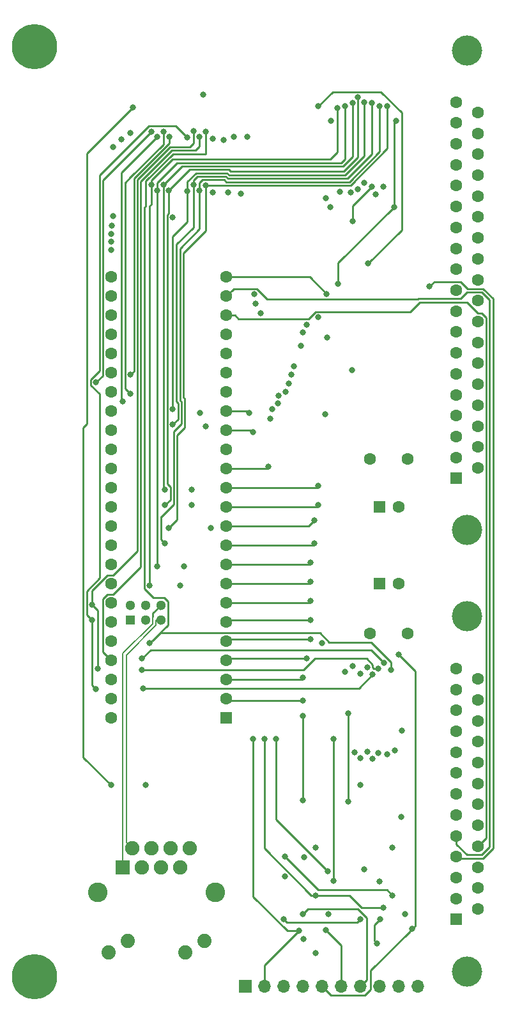
<source format=gbr>
G04 #@! TF.GenerationSoftware,KiCad,Pcbnew,5.1.5-52549c5~84~ubuntu18.04.1*
G04 #@! TF.CreationDate,2020-06-07T18:01:10-07:00*
G04 #@! TF.ProjectId,ram,72616d2e-6b69-4636-9164-5f7063625858,rev?*
G04 #@! TF.SameCoordinates,Original*
G04 #@! TF.FileFunction,Copper,L3,Inr*
G04 #@! TF.FilePolarity,Positive*
%FSLAX46Y46*%
G04 Gerber Fmt 4.6, Leading zero omitted, Abs format (unit mm)*
G04 Created by KiCad (PCBNEW 5.1.5-52549c5~84~ubuntu18.04.1) date 2020-06-07 18:01:10*
%MOMM*%
%LPD*%
G04 APERTURE LIST*
%ADD10O,1.700000X1.700000*%
%ADD11R,1.700000X1.700000*%
%ADD12C,1.600000*%
%ADD13R,1.600000X1.600000*%
%ADD14R,1.300000X1.300000*%
%ADD15C,1.300000*%
%ADD16C,2.600000*%
%ADD17C,1.890000*%
%ADD18C,1.900000*%
%ADD19R,1.900000X1.900000*%
%ADD20C,4.000000*%
%ADD21C,6.000000*%
%ADD22C,0.800000*%
%ADD23C,0.250000*%
%ADD24C,0.200000*%
G04 APERTURE END LIST*
D10*
X228600000Y-95250000D03*
X226060000Y-95250000D03*
X223520000Y-95250000D03*
X220980000Y-95250000D03*
X218440000Y-95250000D03*
X215900000Y-95250000D03*
X213360000Y-95250000D03*
X210820000Y-95250000D03*
X208280000Y-95250000D03*
D11*
X205740000Y-95250000D03*
D12*
X187960000Y-59690000D03*
X187960000Y-57150000D03*
X187960000Y-54610000D03*
X187960000Y-52070000D03*
X187960000Y-49530000D03*
X187960000Y-46990000D03*
X187960000Y-44450000D03*
X187960000Y-41910000D03*
X187960000Y-39370000D03*
X187960000Y-36830000D03*
X187960000Y-34290000D03*
X187960000Y-31750000D03*
X187960000Y-29210000D03*
X187960000Y-26670000D03*
D13*
X203200000Y-59690000D03*
D12*
X203200000Y-57150000D03*
X203200000Y-54610000D03*
X203200000Y-52070000D03*
X203200000Y-49530000D03*
X203200000Y-46990000D03*
X203200000Y-44450000D03*
X203200000Y-41910000D03*
X203200000Y-39370000D03*
X203200000Y-36830000D03*
X203200000Y-34290000D03*
X203200000Y-31750000D03*
X203200000Y-29210000D03*
X187960000Y-24130000D03*
X187960000Y-21590000D03*
X187960000Y-19050000D03*
X187960000Y-16510000D03*
X187960000Y-13970000D03*
X187960000Y-11430000D03*
X187960000Y-8890000D03*
X187960000Y-6350000D03*
X187960000Y-3810000D03*
X187960000Y-1270000D03*
X203200000Y-1270000D03*
X203200000Y-3810000D03*
X203200000Y-6350000D03*
X203200000Y-8890000D03*
X203200000Y-26670000D03*
X203200000Y-24130000D03*
X203200000Y-21590000D03*
X203200000Y-11430000D03*
X203200000Y-13970000D03*
X203200000Y-16510000D03*
X203200000Y-19050000D03*
D14*
X190500000Y-46720000D03*
D15*
X190500000Y-44720000D03*
X192500000Y-46720000D03*
X192500000Y-44720000D03*
X194500000Y-44720000D03*
X194500000Y-46720000D03*
D16*
X201704000Y-82792000D03*
X186154000Y-82792000D03*
D17*
X187604000Y-90742000D03*
X190144000Y-89222000D03*
X197714000Y-90742000D03*
X200254000Y-89222000D03*
D18*
X198374000Y-76962000D03*
X197104000Y-79502000D03*
X195834000Y-76962000D03*
X194564000Y-79502000D03*
X193294000Y-76962000D03*
X192024000Y-79502000D03*
X190754000Y-76962000D03*
D19*
X189484000Y-79502000D03*
D20*
X235100000Y28740000D03*
X235100000Y-34760000D03*
D12*
X236520000Y20535000D03*
X236520000Y17765000D03*
X236520000Y14995000D03*
X236520000Y12225000D03*
X236520000Y9455000D03*
X236520000Y6685000D03*
X236520000Y3915000D03*
X236520000Y1145000D03*
X236520000Y-1625000D03*
X236520000Y-4395000D03*
X236520000Y-7165000D03*
X236520000Y-9935000D03*
X236520000Y-12705000D03*
X236520000Y-15475000D03*
X236520000Y-18245000D03*
X236520000Y-21015000D03*
X236520000Y-23785000D03*
X236520000Y-26555000D03*
X233680000Y21920000D03*
X233680000Y19150000D03*
X233680000Y16380000D03*
X233680000Y13610000D03*
X233680000Y10840000D03*
X233680000Y8070000D03*
X233680000Y5300000D03*
X233680000Y2530000D03*
X233680000Y-240000D03*
X233680000Y-3010000D03*
X233680000Y-5780000D03*
X233680000Y-8550000D03*
X233680000Y-11320000D03*
X233680000Y-14090000D03*
X233680000Y-16860000D03*
X233680000Y-19630000D03*
X233680000Y-22400000D03*
X233680000Y-25170000D03*
D13*
X233680000Y-27940000D03*
D20*
X235100000Y-46190000D03*
X235100000Y-93290000D03*
D12*
X236520000Y-54505000D03*
X236520000Y-57275000D03*
X236520000Y-60045000D03*
X236520000Y-62815000D03*
X236520000Y-65585000D03*
X236520000Y-68355000D03*
X236520000Y-71125000D03*
X236520000Y-73895000D03*
X236520000Y-76665000D03*
X236520000Y-79435000D03*
X236520000Y-82205000D03*
X236520000Y-84975000D03*
X233680000Y-53120000D03*
X233680000Y-55890000D03*
X233680000Y-58660000D03*
X233680000Y-61430000D03*
X233680000Y-64200000D03*
X233680000Y-66970000D03*
X233680000Y-69740000D03*
X233680000Y-72510000D03*
X233680000Y-75280000D03*
X233680000Y-78050000D03*
X233680000Y-80820000D03*
X233680000Y-83590000D03*
D13*
X233680000Y-86360000D03*
D12*
X227250000Y-48514000D03*
X222250000Y-48514000D03*
X227250000Y-25400000D03*
X222250000Y-25400000D03*
X226020000Y-41910000D03*
D13*
X223520000Y-41910000D03*
D12*
X226020000Y-31750000D03*
D13*
X223520000Y-31750000D03*
D21*
X177800000Y29210000D03*
X177800000Y-93980000D03*
D22*
X217072000Y19460000D03*
X217014000Y8030000D03*
X216539000Y-9275000D03*
X216277000Y-19435000D03*
X226470000Y-61370000D03*
X226412000Y-72800000D03*
X225200000Y-76864000D03*
X215040000Y-76864000D03*
X226904000Y-85680000D03*
X216744000Y-85680000D03*
X200152000Y22860000D03*
X196088000Y6604000D03*
X216472000Y-3492000D03*
X217424000Y-62484000D03*
X217424000Y-81280000D03*
X206887000Y-3556000D03*
X206248000Y-19304000D03*
X213360000Y-85625000D03*
X210932000Y-80660000D03*
X213360000Y-59436000D03*
X213360000Y-70612000D03*
X203454000Y9906000D03*
X206756000Y-21844000D03*
X207046999Y-4789001D03*
X205094500Y9789500D03*
X208788000Y-26416000D03*
X207772000Y-6096000D03*
X205973000Y17272000D03*
X215392000Y-6604000D03*
X215392000Y-28956000D03*
X204216000Y17272000D03*
X215392000Y-31496000D03*
X213868000Y-7620000D03*
X202850000Y16922000D03*
X213360000Y-8636000D03*
X214884000Y-33528000D03*
X201422000Y17018000D03*
X214884000Y-36576000D03*
X213106000Y-10414000D03*
X190500000Y17780000D03*
X212184989Y-13048989D03*
X214376000Y-39116000D03*
X189250000Y16998000D03*
X214376000Y-41656000D03*
X211836000Y-14224000D03*
X188175000Y15963000D03*
X214376000Y-44196000D03*
X211487999Y-15399999D03*
X188175000Y6819000D03*
X214376000Y-46736000D03*
X211074000Y-16510000D03*
X187988501Y5559499D03*
X210109958Y-16966042D03*
X214376000Y-49276000D03*
X187960000Y4457996D03*
X210058000Y-18034000D03*
X213868000Y-51816000D03*
X187960000Y3384994D03*
X213360000Y-54356000D03*
X209296000Y-18796000D03*
X187960000Y2311992D03*
X213360000Y-57404000D03*
X209042000Y-20066000D03*
X221488000Y-79756000D03*
X220950000Y-86330000D03*
X210790000Y-86330000D03*
X223490000Y-81310000D03*
X193250000Y17990000D03*
X224028000Y10668000D03*
X185928000Y-15240000D03*
X218948000Y-53557998D03*
X194050000Y17278000D03*
X223012000Y9652000D03*
X189484000Y-17780000D03*
X219964000Y-52832000D03*
X194850000Y18002000D03*
X222504000Y10668000D03*
X190500000Y-16764000D03*
X220980000Y-53848000D03*
X219964000Y6096000D03*
X195650000Y17342000D03*
X221488000Y11176000D03*
X190500000Y-14224000D03*
X221849999Y-52978001D03*
X198050000Y17202000D03*
X220655000Y10343000D03*
X185420000Y-46736000D03*
X222575000Y-53919000D03*
X185928000Y-55880000D03*
X192168999Y-55735001D03*
X198850000Y18066000D03*
X219710000Y9906000D03*
X185420000Y-44704000D03*
X223324999Y-53144999D03*
X186145001Y-53122999D03*
X192024000Y-53340000D03*
X199650000Y17278000D03*
X218268206Y9988206D03*
X224050000Y-52346000D03*
X192024000Y-51816000D03*
X200450000Y17990000D03*
X216408000Y9144000D03*
X193040000Y-49784000D03*
X225044000Y-53340000D03*
X200450000Y10878000D03*
X224536000Y21336000D03*
X195580000Y-34544000D03*
X220218000Y-64262000D03*
X201168000Y-34544000D03*
X199650000Y10154000D03*
X223506000Y21336000D03*
X195072000Y-36576000D03*
X220980000Y-68580000D03*
X198850000Y10954000D03*
X222504000Y21786998D03*
X196088000Y-20828000D03*
X220980000Y-65024000D03*
X200442999Y-21045001D03*
X198050000Y10090000D03*
X221488000Y21844000D03*
X196088000Y-18796000D03*
X221849999Y-64154001D03*
X199717998Y-19230002D03*
X195580000Y10160000D03*
X220655000Y22535000D03*
X195072000Y-31496000D03*
X222575000Y-65095000D03*
X198628000Y-31496000D03*
X194850000Y10954000D03*
X219929999Y21809999D03*
X195072000Y-29464000D03*
X223300001Y-64296001D03*
X198628000Y-29464000D03*
X194050000Y10166000D03*
X218948000Y21336000D03*
X194056000Y-39624000D03*
X224536000Y-64516000D03*
X197612000Y-39624000D03*
X193250000Y10966000D03*
X217932000Y21118002D03*
X193040000Y-42164000D03*
X225552000Y-64008000D03*
X197104000Y-42164000D03*
X230124000Y-2540000D03*
X190850000Y21178000D03*
X187960000Y-68580000D03*
X192532000Y-68580000D03*
X215040000Y-90776000D03*
X201422000Y9906000D03*
X209804000Y-62484000D03*
X216662000Y-80010000D03*
X210992000Y-78060000D03*
X225200000Y-83156000D03*
X213390000Y-88930000D03*
X213473500Y-78118500D03*
X223550000Y-86330000D03*
X223184000Y-89580000D03*
X215392000Y21336000D03*
X221996000Y508000D03*
X226060000Y-51308000D03*
X227838000Y-87630000D03*
X225708000Y19460000D03*
X225454000Y8030000D03*
X218030000Y-2130000D03*
X219833000Y-13585000D03*
X219325000Y-70743000D03*
X216408000Y-87797002D03*
X215900000Y-49784000D03*
X219325000Y-59059000D03*
X215040000Y-83156000D03*
X208280000Y-62484000D03*
X224028000Y-84836000D03*
X212852000Y-87884000D03*
X206756000Y-62484000D03*
D23*
X214250000Y-1270000D02*
X203200000Y-1270000D01*
X216472000Y-3492000D02*
X214250000Y-1270000D01*
X217424000Y-62484000D02*
X217424000Y-81280000D01*
X217424000Y-81280000D02*
X217424000Y-81280000D01*
X205994000Y-19050000D02*
X206248000Y-19304000D01*
X203200000Y-19050000D02*
X205994000Y-19050000D01*
X213360000Y-70612000D02*
X213360000Y-59436000D01*
X214030001Y-84954999D02*
X213759999Y-85225001D01*
X220648001Y-84954999D02*
X214030001Y-84954999D01*
X221829999Y-86136997D02*
X220648001Y-84954999D01*
X221829999Y-94400001D02*
X221829999Y-86136997D01*
X213759999Y-85225001D02*
X213360000Y-85625000D01*
X220980000Y-95250000D02*
X221829999Y-94400001D01*
X206502000Y-21590000D02*
X206756000Y-21844000D01*
X203200000Y-21590000D02*
X206502000Y-21590000D01*
X208534000Y-26670000D02*
X208788000Y-26416000D01*
X203200000Y-26670000D02*
X208534000Y-26670000D01*
X215138000Y-29210000D02*
X215392000Y-28956000D01*
X203200000Y-29210000D02*
X215138000Y-29210000D01*
X215138000Y-31750000D02*
X215392000Y-31496000D01*
X203200000Y-31750000D02*
X215138000Y-31750000D01*
X214122000Y-34290000D02*
X214884000Y-33528000D01*
X203200000Y-34290000D02*
X214122000Y-34290000D01*
X214630000Y-36830000D02*
X214884000Y-36576000D01*
X203200000Y-36830000D02*
X214630000Y-36830000D01*
X214122000Y-39370000D02*
X214376000Y-39116000D01*
X203200000Y-39370000D02*
X214122000Y-39370000D01*
X214122000Y-41910000D02*
X214376000Y-41656000D01*
X203200000Y-41910000D02*
X214122000Y-41910000D01*
X214122000Y-44450000D02*
X214376000Y-44196000D01*
X203200000Y-44450000D02*
X214122000Y-44450000D01*
X203454000Y-46736000D02*
X203200000Y-46990000D01*
X214376000Y-46736000D02*
X203454000Y-46736000D01*
X203454000Y-49276000D02*
X203200000Y-49530000D01*
X214376000Y-49276000D02*
X203454000Y-49276000D01*
X203454000Y-51816000D02*
X203200000Y-52070000D01*
X213868000Y-51816000D02*
X203454000Y-51816000D01*
X213106000Y-54610000D02*
X213360000Y-54356000D01*
X203200000Y-54610000D02*
X213106000Y-54610000D01*
X203454000Y-57404000D02*
X203200000Y-57150000D01*
X213360000Y-57404000D02*
X203454000Y-57404000D01*
X234220001Y-4135001D02*
X228671001Y-4135001D01*
X237060001Y-3269999D02*
X235085003Y-3269999D01*
X233680000Y-76411370D02*
X235058631Y-77790001D01*
X235085003Y-3269999D02*
X234220001Y-4135001D01*
X233680000Y-75280000D02*
X233680000Y-76411370D01*
X235058631Y-77790001D02*
X237060001Y-77790001D01*
X237060001Y-77790001D02*
X238095010Y-76754992D01*
X238095010Y-76754992D02*
X238095010Y-4305008D01*
X238095010Y-4305008D02*
X237060001Y-3269999D01*
X204179001Y-2830999D02*
X203999999Y-3010001D01*
X207235001Y-2830999D02*
X204179001Y-2830999D01*
X203999999Y-3010001D02*
X203200000Y-3810000D01*
X228589001Y-4217001D02*
X208621003Y-4217001D01*
X208621003Y-4217001D02*
X207235001Y-2830999D01*
X228671001Y-4135001D02*
X228589001Y-4217001D01*
X220550001Y-86729999D02*
X220950000Y-86330000D01*
X211189999Y-86729999D02*
X220550001Y-86729999D01*
X210790000Y-86330000D02*
X211189999Y-86729999D01*
X204331370Y-6350000D02*
X203200000Y-6350000D01*
X227563413Y-5878999D02*
X215043999Y-5878999D01*
X228787413Y-4654999D02*
X227563413Y-5878999D01*
X215043999Y-5878999D02*
X214101997Y-6821001D01*
X236520000Y-76665000D02*
X237645001Y-75539999D01*
X214101997Y-6821001D02*
X204802371Y-6821001D01*
X237645001Y-75539999D02*
X237645001Y-6624999D01*
X237645001Y-6624999D02*
X237060001Y-6039999D01*
X204802371Y-6821001D02*
X204331370Y-6350000D01*
X235114997Y-4654999D02*
X228787413Y-4654999D01*
X237060001Y-6039999D02*
X236499997Y-6039999D01*
X236499997Y-6039999D02*
X235114997Y-4654999D01*
X186834999Y11574999D02*
X186834999Y-14333001D01*
X193250000Y17990000D02*
X186834999Y11574999D01*
X186834999Y-14333001D02*
X185928000Y-15240000D01*
X185928000Y-15240000D02*
X185928000Y-15240000D01*
X194050000Y17278000D02*
X189324989Y12552989D01*
X189324989Y12552989D02*
X189324989Y-17620989D01*
X189324989Y-17620989D02*
X189484000Y-17780000D01*
X189484000Y-17780000D02*
X189484000Y-17780000D01*
X194850000Y18002000D02*
X194850000Y16313735D01*
X194850000Y16313735D02*
X190500000Y11963735D01*
X189774999Y11238734D02*
X189774999Y-16038999D01*
X190500000Y11963735D02*
X189774999Y11238734D01*
X189774999Y-16038999D02*
X190500000Y-16764000D01*
X190500000Y-16764000D02*
X190500000Y-16764000D01*
X219964000Y8128000D02*
X222504000Y10668000D01*
X219964000Y6096000D02*
X219964000Y8128000D01*
X190964969Y-13759031D02*
X190500000Y-14224000D01*
X190500000Y-14224000D02*
X190500000Y-14224000D01*
X195650000Y17342000D02*
X195650000Y16477325D01*
X190964969Y11792294D02*
X190964969Y11727031D01*
X195650000Y16477325D02*
X190964969Y11792294D01*
X190964969Y11727031D02*
X190964969Y-13759031D01*
X192913999Y18727001D02*
X186384989Y12197991D01*
X198050000Y17202000D02*
X196524999Y18727001D01*
X196524999Y18727001D02*
X192913999Y18727001D01*
X186384989Y12197991D02*
X186384989Y11761399D01*
X186384989Y11761399D02*
X186384989Y-13716000D01*
X185202999Y-15588001D02*
X186378998Y-16764000D01*
X185202999Y-14891999D02*
X185202999Y-15588001D01*
X186384989Y-13716000D02*
X186378998Y-13716000D01*
X186378998Y-13716000D02*
X185202999Y-14891999D01*
X186378998Y-16764000D02*
X186436000Y-16821002D01*
X186436000Y-16821002D02*
X186436000Y-41132588D01*
X184694999Y-42873589D02*
X184694999Y-46010999D01*
X186436000Y-41132588D02*
X184694999Y-42873589D01*
X184694999Y-46010999D02*
X185420000Y-46736000D01*
X185420000Y-46736000D02*
X185420000Y-46736000D01*
X220758999Y-55735001D02*
X192168999Y-55735001D01*
X222575000Y-53919000D02*
X220758999Y-55735001D01*
X185420000Y-46736000D02*
X185420000Y-55372000D01*
X185420000Y-55372000D02*
X185928000Y-55880000D01*
X185928000Y-55880000D02*
X185928000Y-55880000D01*
X192168999Y-55735001D02*
X192168999Y-55735001D01*
X198850000Y18066000D02*
X198850000Y16478000D01*
X198850000Y16478000D02*
X198323086Y15951086D01*
X195760171Y15951086D02*
X191414979Y11605894D01*
X198323086Y15951086D02*
X195760171Y15951086D01*
X187419999Y-40784999D02*
X185420000Y-42784998D01*
X188210003Y-40784999D02*
X187419999Y-40784999D01*
X191414979Y11605894D02*
X191414979Y-37580023D01*
X191414979Y-37580023D02*
X188210003Y-40784999D01*
X185420000Y-42784998D02*
X185420000Y-44704000D01*
X185420000Y-44704000D02*
X185420000Y-44704000D01*
X214941002Y-51816000D02*
X213417002Y-53340000D01*
X221761000Y-51816000D02*
X214941002Y-51816000D01*
X222575000Y-52630000D02*
X221761000Y-51816000D01*
X223324999Y-53144999D02*
X222759314Y-53144999D01*
X222575000Y-52960685D02*
X222575000Y-52630000D01*
X222759314Y-53144999D02*
X222575000Y-52960685D01*
X213417002Y-53340000D02*
X192024000Y-53340000D01*
X186145001Y-45429001D02*
X186145001Y-53122999D01*
X185420000Y-44704000D02*
X186145001Y-45429001D01*
X186145001Y-53122999D02*
X186145001Y-53122999D01*
X192024000Y-53340000D02*
X192024000Y-53340000D01*
X199650000Y17278000D02*
X199650000Y16015078D01*
X199650000Y16015078D02*
X199136000Y15501078D01*
X195946572Y15501077D02*
X191864989Y11419494D01*
X199136000Y15501078D02*
X195946572Y15501077D01*
X187160001Y-51270001D02*
X187960000Y-52070000D01*
X186834999Y-43909999D02*
X186834999Y-50944999D01*
X187419999Y-43324999D02*
X186834999Y-43909999D01*
X188210003Y-43324999D02*
X187419999Y-43324999D01*
X186834999Y-50944999D02*
X187160001Y-51270001D01*
X191864989Y-39670013D02*
X188210003Y-43324999D01*
X191864989Y11419494D02*
X191864989Y-39670013D01*
X222359001Y-50655001D02*
X193184999Y-50655001D01*
X224050000Y-52346000D02*
X222359001Y-50655001D01*
X193184999Y-50655001D02*
X192024000Y-51816000D01*
X192024000Y-51816000D02*
X192024000Y-51816000D01*
X200450000Y17990000D02*
X200450000Y15051068D01*
X192524999Y11443094D02*
X192524999Y8135001D01*
X200450000Y15051068D02*
X196132973Y15051068D01*
X196132973Y15051068D02*
X192524999Y11443094D01*
X194968001Y-43744999D02*
X195475001Y-44251999D01*
X193547997Y-43744999D02*
X194968001Y-43744999D01*
X192314999Y-42512001D02*
X193547997Y-43744999D01*
X195475001Y-44251999D02*
X195475001Y-47348999D01*
X192524999Y8135001D02*
X192314999Y7925001D01*
X192314999Y7925001D02*
X192314999Y-42512001D01*
X195475001Y-47348999D02*
X193040000Y-49784000D01*
X193040000Y-49784000D02*
X193040000Y-49784000D01*
X193439999Y-49384001D02*
X193040000Y-49784000D01*
X215594001Y-48404999D02*
X194419001Y-48404999D01*
X216828003Y-49639001D02*
X215594001Y-48404999D01*
X194419001Y-48404999D02*
X193439999Y-49384001D01*
X222416003Y-49639001D02*
X216828003Y-49639001D01*
X225044000Y-52266998D02*
X222416003Y-49639001D01*
X225044000Y-53340000D02*
X225044000Y-52266998D01*
X219666000Y10878000D02*
X200450000Y10878000D01*
X224536000Y21336000D02*
X224536000Y15748000D01*
X224536000Y15748000D02*
X219666000Y10878000D01*
X200450000Y10878000D02*
X200450000Y4870000D01*
X197496020Y1916020D02*
X197496020Y-17156020D01*
X200450000Y4870000D02*
X197496020Y1916020D01*
X197713021Y-21234979D02*
X196697021Y-22250979D01*
X197496020Y-17156020D02*
X197713021Y-17373021D01*
X197713021Y-17373021D02*
X197713021Y-21234979D01*
X196697021Y-22250979D02*
X196697021Y-32004000D01*
X196697021Y-32004000D02*
X196697021Y-33426979D01*
X196697021Y-33426979D02*
X195580000Y-34544000D01*
X195580000Y-34544000D02*
X195580000Y-34544000D01*
X223506000Y21336000D02*
X223506000Y15354410D01*
X223506000Y15354410D02*
X219479600Y11328010D01*
X219479600Y11328010D02*
X203200000Y11328010D01*
X200071001Y11603001D02*
X199644000Y11176000D01*
X203200000Y11328010D02*
X202925009Y11603001D01*
X202925009Y11603001D02*
X200071001Y11603001D01*
X199650000Y11170000D02*
X199650000Y10154000D01*
X199644000Y11176000D02*
X199650000Y11170000D01*
X195072000Y-36576000D02*
X195072000Y-36576000D01*
X199650000Y5086000D02*
X199650000Y10154000D01*
X197046010Y2482010D02*
X199650000Y5086000D01*
X197263011Y-17810601D02*
X197046010Y-17593600D01*
X197046010Y-17593600D02*
X197046010Y2482010D01*
X197263011Y-20725991D02*
X197263011Y-17810601D01*
X194564000Y-36068000D02*
X194564000Y-33020000D01*
X194564000Y-33020000D02*
X194621002Y-33020000D01*
X196247011Y-31393991D02*
X196247011Y-21741991D01*
X195072000Y-36576000D02*
X194564000Y-36068000D01*
X194621002Y-33020000D02*
X196247011Y-31393991D01*
X196247011Y-21741991D02*
X197263011Y-20725991D01*
X222504000Y21786998D02*
X222504000Y14988820D01*
X222504000Y14988820D02*
X219293200Y11778020D01*
X198850000Y11519685D02*
X198850000Y10954000D01*
X199383325Y12053010D02*
X198850000Y11519685D01*
X203111410Y12053010D02*
X199383325Y12053010D01*
X203386400Y11778020D02*
X203111410Y12053010D01*
X219293200Y11778020D02*
X203386400Y11778020D01*
X198850000Y10954000D02*
X198850000Y5302000D01*
X198850000Y5302000D02*
X196596000Y3048000D01*
X196596000Y3048000D02*
X196596000Y508000D01*
X196596000Y508000D02*
X196596000Y-7112000D01*
X196596000Y-7112000D02*
X196596000Y-17780000D01*
X196813001Y-17997001D02*
X196813001Y-20102999D01*
X196596000Y-17780000D02*
X196813001Y-17997001D01*
X196813001Y-20102999D02*
X196088000Y-20828000D01*
X196088000Y-20828000D02*
X196088000Y-20828000D01*
X221488000Y21844000D02*
X221488000Y14768030D01*
X221488000Y14768030D02*
X218948000Y12228030D01*
X198050000Y10655685D02*
X198050000Y10090000D01*
X198050000Y11356095D02*
X198050000Y10655685D01*
X199196924Y12503019D02*
X198050000Y11356095D01*
X203572800Y12228030D02*
X203297810Y12503020D01*
X203297810Y12503020D02*
X199196924Y12503019D01*
X218948000Y12228030D02*
X203572800Y12228030D01*
X198050000Y10090000D02*
X198050000Y6026000D01*
X198050000Y6026000D02*
X196088000Y4064000D01*
X196088000Y4064000D02*
X196088000Y-5080000D01*
X196088000Y-5080000D02*
X196088000Y-18796000D01*
X196088000Y-18796000D02*
X196088000Y-18796000D01*
X220655000Y21153000D02*
X220655000Y22535000D01*
X195580000Y10160000D02*
X198373029Y12953029D01*
X203484209Y12953029D02*
X203737240Y12700000D01*
X203737240Y12700000D02*
X218783560Y12700000D01*
X218783560Y12700000D02*
X220655000Y14571440D01*
X198373029Y12953029D02*
X203484209Y12953029D01*
X220655000Y14571440D02*
X220655000Y21153000D01*
X195797001Y-29115999D02*
X195797001Y-30770999D01*
X195362999Y-28681997D02*
X195797001Y-29115999D01*
X195362999Y6952001D02*
X195362999Y-28681997D01*
X195580000Y10160000D02*
X195580000Y7169002D01*
X195580000Y7169002D02*
X195362999Y6952001D01*
X195797001Y-30770999D02*
X195072000Y-31496000D01*
X195072000Y-31496000D02*
X195072000Y-31496000D01*
X219929999Y21809999D02*
X219929999Y14697999D01*
X219929999Y14697999D02*
X218635039Y13403039D01*
X197299039Y13403039D02*
X194850000Y10954000D01*
X218635039Y13403039D02*
X197299039Y13403039D01*
X194850000Y10954000D02*
X194850000Y-29242000D01*
X194850000Y-29242000D02*
X195072000Y-29464000D01*
X195072000Y-29464000D02*
X195072000Y-29464000D01*
X218948000Y21336000D02*
X218948000Y14352410D01*
X194050000Y10731685D02*
X194050000Y10166000D01*
X194050000Y11227002D02*
X194050000Y10731685D01*
X218448639Y13853049D02*
X196676047Y13853049D01*
X196676047Y13853049D02*
X194050000Y11227002D01*
X218948000Y14352410D02*
X218448639Y13853049D01*
X194050000Y10166000D02*
X194050000Y-39618000D01*
X217932000Y21118002D02*
X217932000Y15240000D01*
X217932000Y15240000D02*
X216995059Y14303059D01*
X193250000Y11531685D02*
X193250000Y10966000D01*
X196021373Y14303058D02*
X193250000Y11531685D01*
X216995059Y14303059D02*
X196021373Y14303058D01*
X193250000Y8368998D02*
X193040000Y8158998D01*
X193250000Y10966000D02*
X193250000Y8368998D01*
X193040000Y8158998D02*
X193040000Y-42164000D01*
X193040000Y-42164000D02*
X193040000Y-42164000D01*
X233870011Y-78240011D02*
X233680000Y-78050000D01*
X238545019Y-76941393D02*
X237246401Y-78240011D01*
X238545020Y-4118608D02*
X238545019Y-76941393D01*
X237246402Y-2819990D02*
X238545020Y-4118608D01*
X235154992Y-2819990D02*
X237246402Y-2819990D01*
X234220001Y-1884999D02*
X235154992Y-2819990D01*
X230779001Y-1884999D02*
X234220001Y-1884999D01*
X237246401Y-78240011D02*
X233870011Y-78240011D01*
X230124000Y-2540000D02*
X230779001Y-1884999D01*
X190850000Y21178000D02*
X185928000Y16256000D01*
X184752990Y15080990D02*
X184752990Y-20668990D01*
X185928000Y16256000D02*
X184752990Y15080990D01*
X184244989Y-21176991D02*
X184244989Y-64864989D01*
X184752990Y-20668990D02*
X184244989Y-21176991D01*
X184244989Y-64864989D02*
X187960000Y-68580000D01*
X187960000Y-68580000D02*
X187960000Y-68580000D01*
X209804000Y-73152000D02*
X209804000Y-62484000D01*
X216662000Y-80010000D02*
X209804000Y-73152000D01*
X211391999Y-78459999D02*
X210992000Y-78060000D01*
X215362999Y-82430999D02*
X211391999Y-78459999D01*
X224474999Y-82430999D02*
X215362999Y-82430999D01*
X225200000Y-83156000D02*
X224474999Y-82430999D01*
X223150001Y-86729999D02*
X223550000Y-86330000D01*
X222784001Y-87095999D02*
X223150001Y-86729999D01*
X222784001Y-89180001D02*
X222784001Y-87095999D01*
X223184000Y-89580000D02*
X222784001Y-89180001D01*
X226433001Y4945001D02*
X221996000Y508000D01*
X226433001Y20512001D02*
X226433001Y4945001D01*
X223685001Y23260001D02*
X226433001Y20512001D01*
X215392000Y21336000D02*
X217316001Y23260001D01*
X217316001Y23260001D02*
X223685001Y23260001D01*
X228237999Y-53485999D02*
X226459999Y-51707999D01*
X228237999Y-87230001D02*
X228237999Y-53485999D01*
X226459999Y-51707999D02*
X226060000Y-51308000D01*
X227838000Y-87630000D02*
X228237999Y-87230001D01*
X222344999Y-93123001D02*
X227438001Y-88029999D01*
X227438001Y-88029999D02*
X227838000Y-87630000D01*
X222344999Y-95624003D02*
X222344999Y-93123001D01*
X221544001Y-96425001D02*
X222344999Y-95624003D01*
X217075001Y-96425001D02*
X221544001Y-96425001D01*
X215900000Y-95250000D02*
X217075001Y-96425001D01*
X219325000Y-70177315D02*
X219325000Y-59059000D01*
X219325000Y-70743000D02*
X219325000Y-70177315D01*
X218030000Y606000D02*
X225454000Y8030000D01*
X218030000Y-2130000D02*
X218030000Y606000D01*
X225454000Y19206000D02*
X225708000Y19460000D01*
X225454000Y8030000D02*
X225454000Y19206000D01*
X218440000Y-89829002D02*
X216408000Y-87797002D01*
X218440000Y-95250000D02*
X218440000Y-89829002D01*
D24*
X193899992Y-46720000D02*
X194500000Y-46720000D01*
X193899992Y-47362393D02*
X193899992Y-46720000D01*
X189934000Y-51328385D02*
X193899992Y-47362393D01*
X189934000Y-76142000D02*
X189934000Y-51328385D01*
X190754000Y-76962000D02*
X189934000Y-76142000D01*
X193450001Y-47176001D02*
X193450001Y-46263999D01*
X189484000Y-51142002D02*
X193450001Y-47176001D01*
X189484000Y-79502000D02*
X189484000Y-51142002D01*
D23*
X193450001Y-45769999D02*
X193450001Y-46263999D01*
X194500000Y-44720000D02*
X193450001Y-45769999D01*
X208280000Y-76961685D02*
X208280000Y-63049685D01*
X208280000Y-63049685D02*
X208280000Y-62484000D01*
X214474315Y-83156000D02*
X208280000Y-76961685D01*
X215040000Y-83156000D02*
X214474315Y-83156000D01*
X215605685Y-83156000D02*
X215040000Y-83156000D01*
X219485412Y-83156000D02*
X215605685Y-83156000D01*
X221165412Y-84836000D02*
X219485412Y-83156000D01*
X224028000Y-84836000D02*
X221165412Y-84836000D01*
X206756000Y-63049685D02*
X206756000Y-62484000D01*
X206756000Y-83369002D02*
X206756000Y-63049685D01*
X211270998Y-87884000D02*
X206756000Y-83369002D01*
X212852000Y-87884000D02*
X211270998Y-87884000D01*
X208280000Y-92456000D02*
X212852000Y-87884000D01*
X208280000Y-95250000D02*
X208280000Y-92456000D01*
M02*

</source>
